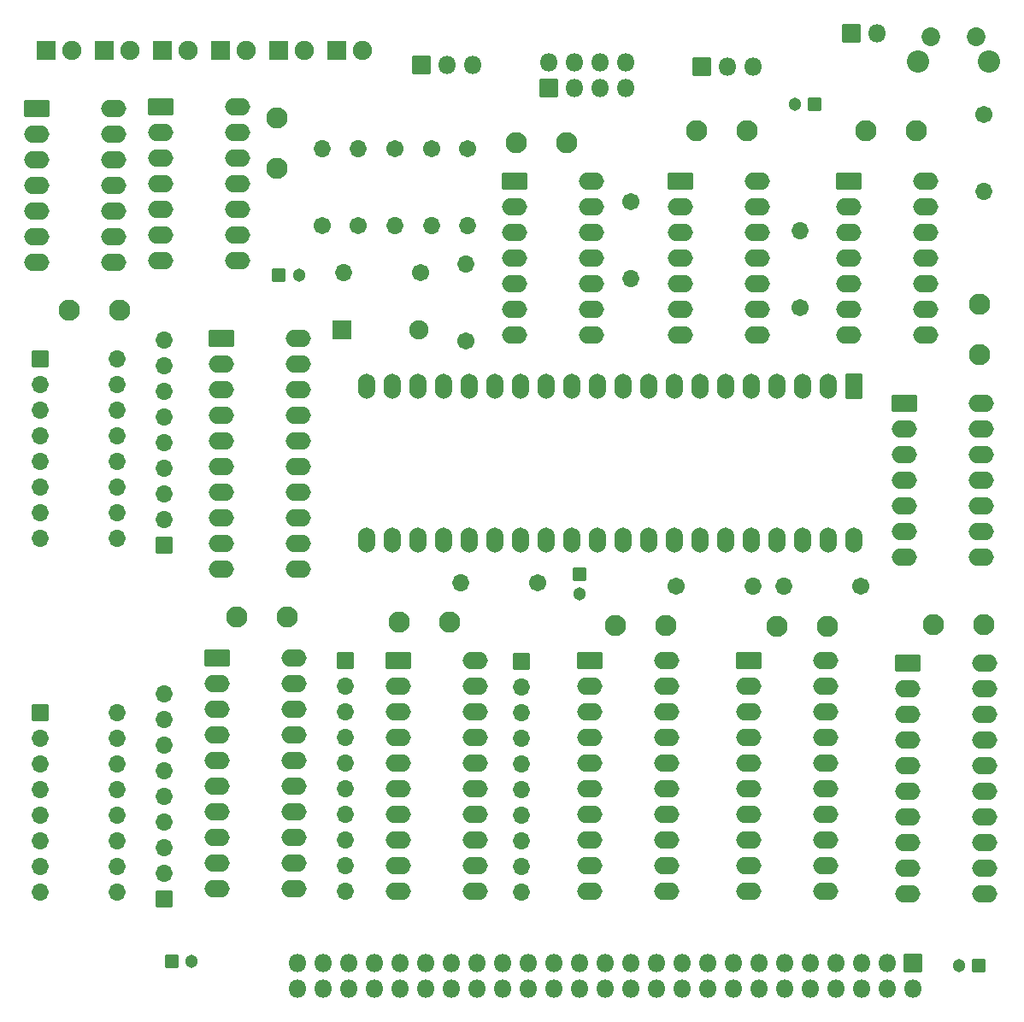
<source format=gbr>
G04 #@! TF.GenerationSoftware,KiCad,Pcbnew,(6.0.6)*
G04 #@! TF.CreationDate,2022-07-26T07:33:54-05:00*
G04 #@! TF.ProjectId,Z806809,5a383036-3830-4392-9e6b-696361645f70,rev?*
G04 #@! TF.SameCoordinates,Original*
G04 #@! TF.FileFunction,Soldermask,Top*
G04 #@! TF.FilePolarity,Negative*
%FSLAX46Y46*%
G04 Gerber Fmt 4.6, Leading zero omitted, Abs format (unit mm)*
G04 Created by KiCad (PCBNEW (6.0.6)) date 2022-07-26 07:33:54*
%MOMM*%
%LPD*%
G01*
G04 APERTURE LIST*
G04 Aperture macros list*
%AMRoundRect*
0 Rectangle with rounded corners*
0 $1 Rounding radius*
0 $2 $3 $4 $5 $6 $7 $8 $9 X,Y pos of 4 corners*
0 Add a 4 corners polygon primitive as box body*
4,1,4,$2,$3,$4,$5,$6,$7,$8,$9,$2,$3,0*
0 Add four circle primitives for the rounded corners*
1,1,$1+$1,$2,$3*
1,1,$1+$1,$4,$5*
1,1,$1+$1,$6,$7*
1,1,$1+$1,$8,$9*
0 Add four rect primitives between the rounded corners*
20,1,$1+$1,$2,$3,$4,$5,0*
20,1,$1+$1,$4,$5,$6,$7,0*
20,1,$1+$1,$6,$7,$8,$9,0*
20,1,$1+$1,$8,$9,$2,$3,0*%
G04 Aperture macros list end*
%ADD10RoundRect,0.051000X0.600000X0.600000X-0.600000X0.600000X-0.600000X-0.600000X0.600000X-0.600000X0*%
%ADD11C,1.302000*%
%ADD12RoundRect,0.051000X-0.900000X-0.900000X0.900000X-0.900000X0.900000X0.900000X-0.900000X0.900000X0*%
%ADD13O,1.902000X1.902000*%
%ADD14C,1.902000*%
%ADD15RoundRect,0.051000X0.850000X-0.850000X0.850000X0.850000X-0.850000X0.850000X-0.850000X-0.850000X0*%
%ADD16O,1.802000X1.802000*%
%ADD17C,1.702000*%
%ADD18O,1.702000X1.702000*%
%ADD19RoundRect,0.051000X0.800000X-0.800000X0.800000X0.800000X-0.800000X0.800000X-0.800000X-0.800000X0*%
%ADD20RoundRect,0.051000X-0.800000X-0.800000X0.800000X-0.800000X0.800000X0.800000X-0.800000X0.800000X0*%
%ADD21C,2.202000*%
%ADD22C,1.852000*%
%ADD23RoundRect,0.051000X-1.200000X-0.800000X1.200000X-0.800000X1.200000X0.800000X-1.200000X0.800000X0*%
%ADD24O,2.502000X1.702000*%
%ADD25C,2.102000*%
%ADD26RoundRect,0.051000X-0.850000X0.850000X-0.850000X-0.850000X0.850000X-0.850000X0.850000X0.850000X0*%
%ADD27RoundRect,0.051000X-0.600000X0.600000X-0.600000X-0.600000X0.600000X-0.600000X0.600000X0.600000X0*%
%ADD28RoundRect,0.051000X-0.800000X0.800000X-0.800000X-0.800000X0.800000X-0.800000X0.800000X0.800000X0*%
%ADD29RoundRect,0.051000X-0.600000X-0.600000X0.600000X-0.600000X0.600000X0.600000X-0.600000X0.600000X0*%
%ADD30RoundRect,0.051000X-0.800000X1.200000X-0.800000X-1.200000X0.800000X-1.200000X0.800000X1.200000X0*%
%ADD31O,1.702000X2.502000*%
G04 APERTURE END LIST*
D10*
X149350000Y-40700000D03*
D11*
X147350000Y-40700000D03*
D12*
X102500000Y-63025000D03*
D13*
X110120000Y-63025000D03*
D12*
X73200000Y-35325000D03*
D14*
X75740000Y-35325000D03*
D15*
X138125000Y-36950000D03*
D16*
X140665000Y-36950000D03*
X143205000Y-36950000D03*
D15*
X152925000Y-33675000D03*
D16*
X155465000Y-33675000D03*
D17*
X166050000Y-41725000D03*
D18*
X166050000Y-49345000D03*
D17*
X100550000Y-52660000D03*
D18*
X100550000Y-45040000D03*
D17*
X110300000Y-57325000D03*
D18*
X102680000Y-57325000D03*
D19*
X84912000Y-119375000D03*
D18*
X84912000Y-116835000D03*
X84912000Y-114295000D03*
X84912000Y-111755000D03*
X84912000Y-109215000D03*
X84912000Y-106675000D03*
X84912000Y-104135000D03*
X84912000Y-101595000D03*
X84912000Y-99055000D03*
D20*
X72650000Y-100925000D03*
D18*
X72650000Y-103465000D03*
X72650000Y-106005000D03*
X72650000Y-108545000D03*
X72650000Y-111085000D03*
X72650000Y-113625000D03*
X72650000Y-116165000D03*
X72650000Y-118705000D03*
X80270000Y-118705000D03*
X80270000Y-116165000D03*
X80270000Y-113625000D03*
X80270000Y-111085000D03*
X80270000Y-108545000D03*
X80270000Y-106005000D03*
X80270000Y-103465000D03*
X80270000Y-100925000D03*
D21*
X166585000Y-36440000D03*
X159575000Y-36440000D03*
D22*
X160825000Y-33950000D03*
X165325000Y-33950000D03*
D20*
X72600000Y-65875000D03*
D18*
X72600000Y-68415000D03*
X72600000Y-70955000D03*
X72600000Y-73495000D03*
X72600000Y-76035000D03*
X72600000Y-78575000D03*
X72600000Y-81115000D03*
X72600000Y-83655000D03*
X80220000Y-83655000D03*
X80220000Y-81115000D03*
X80220000Y-78575000D03*
X80220000Y-76035000D03*
X80220000Y-73495000D03*
X80220000Y-70955000D03*
X80220000Y-68415000D03*
X80220000Y-65875000D03*
D23*
X152675000Y-48300000D03*
D24*
X152675000Y-50840000D03*
X152675000Y-53380000D03*
X152675000Y-55920000D03*
X152675000Y-58460000D03*
X152675000Y-61000000D03*
X152675000Y-63540000D03*
X160295000Y-63540000D03*
X160295000Y-61000000D03*
X160295000Y-58460000D03*
X160295000Y-55920000D03*
X160295000Y-53380000D03*
X160295000Y-50840000D03*
X160295000Y-48300000D03*
D23*
X136050000Y-48300000D03*
D24*
X136050000Y-50840000D03*
X136050000Y-53380000D03*
X136050000Y-55920000D03*
X136050000Y-58460000D03*
X136050000Y-61000000D03*
X136050000Y-63540000D03*
X143670000Y-63540000D03*
X143670000Y-61000000D03*
X143670000Y-58460000D03*
X143670000Y-55920000D03*
X143670000Y-53380000D03*
X143670000Y-50840000D03*
X143670000Y-48300000D03*
D23*
X84550000Y-40950000D03*
D24*
X84550000Y-43490000D03*
X84550000Y-46030000D03*
X84550000Y-48570000D03*
X84550000Y-51110000D03*
X84550000Y-53650000D03*
X84550000Y-56190000D03*
X92170000Y-56190000D03*
X92170000Y-53650000D03*
X92170000Y-51110000D03*
X92170000Y-48570000D03*
X92170000Y-46030000D03*
X92170000Y-43490000D03*
X92170000Y-40950000D03*
D23*
X90525000Y-63900000D03*
D24*
X90525000Y-66440000D03*
X90525000Y-68980000D03*
X90525000Y-71520000D03*
X90525000Y-74060000D03*
X90525000Y-76600000D03*
X90525000Y-79140000D03*
X90525000Y-81680000D03*
X90525000Y-84220000D03*
X90525000Y-86760000D03*
X98145000Y-86760000D03*
X98145000Y-84220000D03*
X98145000Y-81680000D03*
X98145000Y-79140000D03*
X98145000Y-76600000D03*
X98145000Y-74060000D03*
X98145000Y-71520000D03*
X98145000Y-68980000D03*
X98145000Y-66440000D03*
X98145000Y-63900000D03*
D23*
X119600000Y-48300000D03*
D24*
X119600000Y-50840000D03*
X119600000Y-53380000D03*
X119600000Y-55920000D03*
X119600000Y-58460000D03*
X119600000Y-61000000D03*
X119600000Y-63540000D03*
X127220000Y-63540000D03*
X127220000Y-61000000D03*
X127220000Y-58460000D03*
X127220000Y-55920000D03*
X127220000Y-53380000D03*
X127220000Y-50840000D03*
X127220000Y-48300000D03*
D19*
X84862000Y-84325000D03*
D18*
X84862000Y-81785000D03*
X84862000Y-79245000D03*
X84862000Y-76705000D03*
X84862000Y-74165000D03*
X84862000Y-71625000D03*
X84862000Y-69085000D03*
X84862000Y-66545000D03*
X84862000Y-64005000D03*
D17*
X104150000Y-52660000D03*
D18*
X104150000Y-45040000D03*
D12*
X90480000Y-35325000D03*
D14*
X93020000Y-35325000D03*
D17*
X111350000Y-45040000D03*
D18*
X111350000Y-52660000D03*
D12*
X78960000Y-35325000D03*
D14*
X81500000Y-35325000D03*
D12*
X84720000Y-35325000D03*
D14*
X87260000Y-35325000D03*
D17*
X107750000Y-45040000D03*
D18*
X107750000Y-52660000D03*
D12*
X96240000Y-35325000D03*
D14*
X98780000Y-35325000D03*
D17*
X114950000Y-45040000D03*
D18*
X114950000Y-52660000D03*
D12*
X102000000Y-35325000D03*
D14*
X104540000Y-35325000D03*
D17*
X114775000Y-64150000D03*
D18*
X114775000Y-56530000D03*
D15*
X110400000Y-36750000D03*
D16*
X112940000Y-36750000D03*
X115480000Y-36750000D03*
D25*
X96100000Y-47000000D03*
X96100000Y-42000000D03*
D15*
X122975000Y-39100000D03*
D16*
X122975000Y-36560000D03*
X125515000Y-39100000D03*
X125515000Y-36560000D03*
X128055000Y-39100000D03*
X128055000Y-36560000D03*
X130595000Y-39100000D03*
X130595000Y-36560000D03*
D26*
X159050000Y-125750000D03*
D16*
X159050000Y-128290000D03*
X156510000Y-125750000D03*
X156510000Y-128290000D03*
X153970000Y-125750000D03*
X153970000Y-128290000D03*
X151430000Y-125750000D03*
X151430000Y-128290000D03*
X148890000Y-125750000D03*
X148890000Y-128290000D03*
X146350000Y-125750000D03*
X146350000Y-128290000D03*
X143810000Y-125750000D03*
X143810000Y-128290000D03*
X141270000Y-125750000D03*
X141270000Y-128290000D03*
X138730000Y-125750000D03*
X138730000Y-128290000D03*
X136190000Y-125750000D03*
X136190000Y-128290000D03*
X133650000Y-125750000D03*
X133650000Y-128290000D03*
X131110000Y-125750000D03*
X131110000Y-128290000D03*
X128570000Y-125750000D03*
X128570000Y-128290000D03*
X126030000Y-125750000D03*
X126030000Y-128290000D03*
X123490000Y-125750000D03*
X123490000Y-128290000D03*
X120950000Y-125750000D03*
X120950000Y-128290000D03*
X118410000Y-125750000D03*
X118410000Y-128290000D03*
X115870000Y-125750000D03*
X115870000Y-128290000D03*
X113330000Y-125750000D03*
X113330000Y-128290000D03*
X110790000Y-125750000D03*
X110790000Y-128290000D03*
X108250000Y-125750000D03*
X108250000Y-128290000D03*
X105710000Y-125750000D03*
X105710000Y-128290000D03*
X103170000Y-125750000D03*
X103170000Y-128290000D03*
X100630000Y-125750000D03*
X100630000Y-128290000D03*
X98090000Y-125750000D03*
X98090000Y-128290000D03*
D27*
X126075000Y-87225000D03*
D11*
X126075000Y-89225000D03*
D10*
X165600000Y-126000000D03*
D11*
X163600000Y-126000000D03*
D23*
X158575000Y-96050000D03*
D24*
X158575000Y-98590000D03*
X158575000Y-101130000D03*
X158575000Y-103670000D03*
X158575000Y-106210000D03*
X158575000Y-108750000D03*
X158575000Y-111290000D03*
X158575000Y-113830000D03*
X158575000Y-116370000D03*
X158575000Y-118910000D03*
X166195000Y-118910000D03*
X166195000Y-116370000D03*
X166195000Y-113830000D03*
X166195000Y-111290000D03*
X166195000Y-108750000D03*
X166195000Y-106210000D03*
X166195000Y-103670000D03*
X166195000Y-101130000D03*
X166195000Y-98590000D03*
X166195000Y-96050000D03*
D28*
X120300000Y-95850000D03*
D18*
X120300000Y-98390000D03*
X120300000Y-100930000D03*
X120300000Y-103470000D03*
X120300000Y-106010000D03*
X120300000Y-108550000D03*
X120300000Y-111090000D03*
X120300000Y-113630000D03*
X120300000Y-116170000D03*
X120300000Y-118710000D03*
D28*
X102862500Y-95750000D03*
D18*
X102862500Y-98290000D03*
X102862500Y-100830000D03*
X102862500Y-103370000D03*
X102862500Y-105910000D03*
X102862500Y-108450000D03*
X102862500Y-110990000D03*
X102862500Y-113530000D03*
X102862500Y-116070000D03*
X102862500Y-118610000D03*
D23*
X127041700Y-95825000D03*
D24*
X127041700Y-98365000D03*
X127041700Y-100905000D03*
X127041700Y-103445000D03*
X127041700Y-105985000D03*
X127041700Y-108525000D03*
X127041700Y-111065000D03*
X127041700Y-113605000D03*
X127041700Y-116145000D03*
X127041700Y-118685000D03*
X134661700Y-118685000D03*
X134661700Y-116145000D03*
X134661700Y-113605000D03*
X134661700Y-111065000D03*
X134661700Y-108525000D03*
X134661700Y-105985000D03*
X134661700Y-103445000D03*
X134661700Y-100905000D03*
X134661700Y-98365000D03*
X134661700Y-95825000D03*
D23*
X108050000Y-95775000D03*
D24*
X108050000Y-98315000D03*
X108050000Y-100855000D03*
X108050000Y-103395000D03*
X108050000Y-105935000D03*
X108050000Y-108475000D03*
X108050000Y-111015000D03*
X108050000Y-113555000D03*
X108050000Y-116095000D03*
X108050000Y-118635000D03*
X115670000Y-118635000D03*
X115670000Y-116095000D03*
X115670000Y-113555000D03*
X115670000Y-111015000D03*
X115670000Y-108475000D03*
X115670000Y-105935000D03*
X115670000Y-103395000D03*
X115670000Y-100855000D03*
X115670000Y-98315000D03*
X115670000Y-95775000D03*
D23*
X90150000Y-95500000D03*
D24*
X90150000Y-98040000D03*
X90150000Y-100580000D03*
X90150000Y-103120000D03*
X90150000Y-105660000D03*
X90150000Y-108200000D03*
X90150000Y-110740000D03*
X90150000Y-113280000D03*
X90150000Y-115820000D03*
X90150000Y-118360000D03*
X97770000Y-118360000D03*
X97770000Y-115820000D03*
X97770000Y-113280000D03*
X97770000Y-110740000D03*
X97770000Y-108200000D03*
X97770000Y-105660000D03*
X97770000Y-103120000D03*
X97770000Y-100580000D03*
X97770000Y-98040000D03*
X97770000Y-95500000D03*
D23*
X142808300Y-95800000D03*
D24*
X142808300Y-98340000D03*
X142808300Y-100880000D03*
X142808300Y-103420000D03*
X142808300Y-105960000D03*
X142808300Y-108500000D03*
X142808300Y-111040000D03*
X142808300Y-113580000D03*
X142808300Y-116120000D03*
X142808300Y-118660000D03*
X150428300Y-118660000D03*
X150428300Y-116120000D03*
X150428300Y-113580000D03*
X150428300Y-111040000D03*
X150428300Y-108500000D03*
X150428300Y-105960000D03*
X150428300Y-103420000D03*
X150428300Y-100880000D03*
X150428300Y-98340000D03*
X150428300Y-95800000D03*
D17*
X131100000Y-50300000D03*
D18*
X131100000Y-57920000D03*
D25*
X137600000Y-43300000D03*
X142600000Y-43300000D03*
D17*
X147900000Y-60810000D03*
D18*
X147900000Y-53190000D03*
D25*
X134600000Y-92300000D03*
X129600000Y-92300000D03*
X165700000Y-65500000D03*
X165700000Y-60500000D03*
X75500000Y-61100000D03*
X80500000Y-61100000D03*
X119800000Y-44500000D03*
X124800000Y-44500000D03*
X150600000Y-92400000D03*
X145600000Y-92400000D03*
D17*
X153910000Y-88400000D03*
D18*
X146290000Y-88400000D03*
D29*
X96227400Y-57600000D03*
D11*
X98227400Y-57600000D03*
D17*
X121910000Y-88100000D03*
D18*
X114290000Y-88100000D03*
D29*
X85627400Y-125600000D03*
D11*
X87627400Y-125600000D03*
D25*
X113200000Y-92000000D03*
X108200000Y-92000000D03*
X154400000Y-43300000D03*
X159400000Y-43300000D03*
D30*
X153225000Y-68600000D03*
D31*
X150685000Y-68600000D03*
X148145000Y-68600000D03*
X145605000Y-68600000D03*
X143065000Y-68600000D03*
X140525000Y-68600000D03*
X137985000Y-68600000D03*
X135445000Y-68600000D03*
X132905000Y-68600000D03*
X130365000Y-68600000D03*
X127825000Y-68600000D03*
X125285000Y-68600000D03*
X122745000Y-68600000D03*
X120205000Y-68600000D03*
X117665000Y-68600000D03*
X115125000Y-68600000D03*
X112585000Y-68600000D03*
X110045000Y-68600000D03*
X107505000Y-68600000D03*
X104965000Y-68600000D03*
X104965000Y-83840000D03*
X107505000Y-83840000D03*
X110045000Y-83840000D03*
X112585000Y-83840000D03*
X115125000Y-83840000D03*
X117665000Y-83840000D03*
X120205000Y-83840000D03*
X122745000Y-83840000D03*
X125285000Y-83840000D03*
X127825000Y-83840000D03*
X130365000Y-83840000D03*
X132905000Y-83840000D03*
X135445000Y-83840000D03*
X137985000Y-83840000D03*
X140525000Y-83840000D03*
X143065000Y-83840000D03*
X145605000Y-83840000D03*
X148145000Y-83840000D03*
X150685000Y-83840000D03*
X153225000Y-83840000D03*
D25*
X166100000Y-92200000D03*
X161100000Y-92200000D03*
X92100000Y-91500000D03*
X97100000Y-91500000D03*
D23*
X158200000Y-70275000D03*
D24*
X158200000Y-72815000D03*
X158200000Y-75355000D03*
X158200000Y-77895000D03*
X158200000Y-80435000D03*
X158200000Y-82975000D03*
X158200000Y-85515000D03*
X165820000Y-85515000D03*
X165820000Y-82975000D03*
X165820000Y-80435000D03*
X165820000Y-77895000D03*
X165820000Y-75355000D03*
X165820000Y-72815000D03*
X165820000Y-70275000D03*
D23*
X72300000Y-41075000D03*
D24*
X72300000Y-43615000D03*
X72300000Y-46155000D03*
X72300000Y-48695000D03*
X72300000Y-51235000D03*
X72300000Y-53775000D03*
X72300000Y-56315000D03*
X79920000Y-56315000D03*
X79920000Y-53775000D03*
X79920000Y-51235000D03*
X79920000Y-48695000D03*
X79920000Y-46155000D03*
X79920000Y-43615000D03*
X79920000Y-41075000D03*
D17*
X135590000Y-88400000D03*
D18*
X143210000Y-88400000D03*
M02*

</source>
